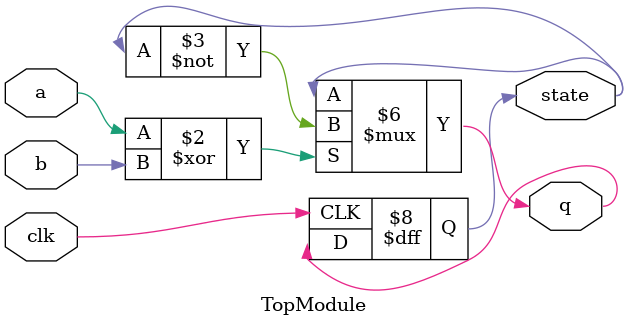
<source format=sv>
module TopModule (
    input  wire clk,   // Clock signal, positive edge-triggered
    input  wire a,     // 1-bit input signal
    input  wire b,     // 1-bit input signal
    output reg  q,     // 1-bit output signal, combinational logic
    output reg  state  // 1-bit output signal, flip-flop state
);

    // Combinational logic to determine q
    always @(*) begin
        if (a ^ b) begin
            q = ~state;
        end else begin
            q = state;
        end
    end

    // Sequential logic to update state on positive edge of clk
    always @(posedge clk) begin
        state <= q;
    end

endmodule
</source>
